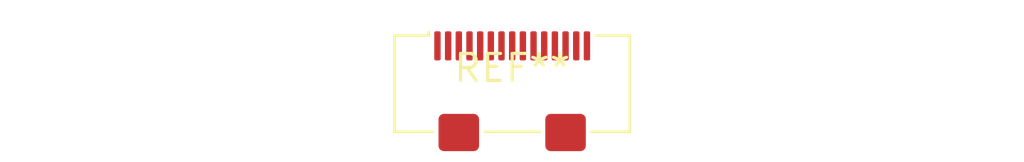
<source format=kicad_pcb>
(kicad_pcb (version 20240108) (generator pcbnew)
  (layers (0 "F.Cu" signal) (31 "B.Cu" signal) (34 "B.Paste" user) (35 "F.Paste" user) (36 "B.SilkS" user "B.Silkscreen") (37 "F.SilkS" user "F.Silkscreen") (38 "B.Mask" user) (39 "F.Mask" user) (44 "Edge.Cuts" user))
  (net 0 "")
  (footprint "Molex_502231-1500_1x15-1SH_P0.5mm_Vertical" (layer "F.Cu") (at 0 0)
    (property "Reference" "REF**")
    (property "Value" "Molex_502231-1500_1x15-1SH_P0.5mm_Vertical")
    (fp_line (start -5.51 2.99) (end -5.51 -1.53) (layer "F.SilkS") (stroke (width 0.12)))
    (fp_line (start -3.91 -1.53) (end -5.51 -1.53) (layer "F.SilkS") (stroke (width 0.12)))
    (fp_line (start -3.91 -1.53) (end -3.91 -1.7) (layer "F.SilkS") (stroke (width 0.12)))
    (fp_line (start -3.71 2.99) (end -5.51 2.99) (layer "F.SilkS") (stroke (width 0.12)))
    (fp_line (start -1.29 2.99) (end 1.29 2.99) (layer "F.SilkS") (stroke (width 0.12)))
    (fp_line (start 3.71 2.99) (end 5.51 2.99) (layer "F.SilkS") (stroke (width 0.12)))
    (fp_line (start 3.91 -1.53) (end 5.51 -1.53) (layer "F.SilkS") (stroke (width 0.12)))
    (fp_line (start 5.51 2.99) (end 5.51 -1.53) (layer "F.SilkS") (stroke (width 0.12)))
    (pad "1" smd roundrect (at -3.5 -1.045) (size 0.3 1.37) (layers "F.Cu" "F.Paste" "F.Mask"))
    (pad "2" smd roundrect (at -3 -1.045) (size 0.3 1.37) (layers "F.Cu" "F.Paste" "F.Mask"))
    (pad "3" smd roundrect (at -2.5 -1.045) (size 0.3 1.37) (layers "F.Cu" "F.Paste" "F.Mask"))
    (pad "4" smd roundrect (at -2 -1.045) (size 0.3 1.37) (layers "F.Cu" "F.Paste" "F.Mask"))
    (pad "5" smd roundrect (at -1.5 -1.045) (size 0.3 1.37) (layers "F.Cu" "F.Paste" "F.Mask"))
    (pad "6" smd roundrect (at -1 -1.045) (size 0.3 1.37) (layers "F.Cu" "F.Paste" "F.Mask"))
    (pad "7" smd roundrect (at -0.5 -1.045) (size 0.3 1.37) (layers "F.Cu" "F.Paste" "F.Mask"))
    (pad "8" smd roundrect (at 0 -1.045) (size 0.3 1.37) (layers "F.Cu" "F.Paste" "F.Mask"))
    (pad "9" smd roundrect (at 0.5 -1.045) (size 0.3 1.37) (layers "F.Cu" "F.Paste" "F.Mask"))
    (pad "10" smd roundrect (at 1 -1.045) (size 0.3 1.37) (layers "F.Cu" "F.Paste" "F.Mask"))
    (pad "11" smd roundrect (at 1.5 -1.045) (size 0.3 1.37) (layers "F.Cu" "F.Paste" "F.Mask"))
    (pad "12" smd roundrect (at 2 -1.045) (size 0.3 1.37) (layers "F.Cu" "F.Paste" "F.Mask"))
    (pad "13" smd roundrect (at 2.5 -1.045) (size 0.3 1.37) (layers "F.Cu" "F.Paste" "F.Mask"))
    (pad "14" smd roundrect (at 3 -1.045) (size 0.3 1.37) (layers "F.Cu" "F.Paste" "F.Mask"))
    (pad "15" smd roundrect (at 3.5 -1.045) (size 0.3 1.37) (layers "F.Cu" "F.Paste" "F.Mask"))
    (pad "SH" smd roundrect (at -2.5 3.025) (size 1.9 1.75) (layers "F.Cu" "F.Paste" "F.Mask") (roundrect_rratio 0.143))
    (pad "SH" smd roundrect (at 2.5 3.025) (size 1.9 1.75) (layers "F.Cu" "F.Paste" "F.Mask") (roundrect_rratio 0.143))
  )
)
</source>
